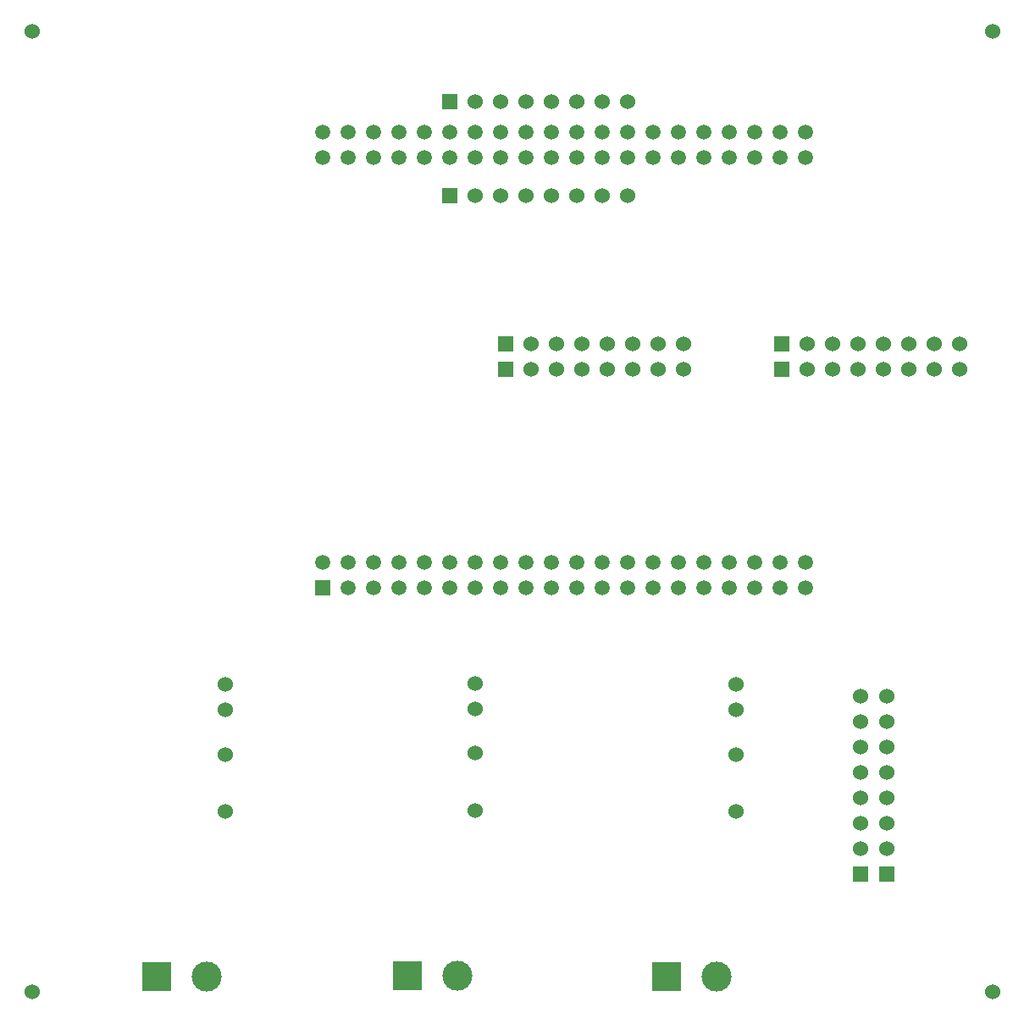
<source format=gbr>
G04 Layer_Color=255*
%FSLAX25Y25*%
%MOIN*%
%TF.FileFunction,Pads,Bot*%
%TF.Part,Single*%
G01*
G75*
%TA.AperFunction,WasherPad*%
%ADD28C,0.06000*%
%TA.AperFunction,ComponentPad*%
%ADD29C,0.06000*%
%ADD30R,0.06000X0.06000*%
%ADD31R,0.06000X0.06000*%
%ADD32R,0.05905X0.05905*%
%ADD33C,0.05905*%
%ADD34C,0.11811*%
%ADD35R,0.11811X0.11811*%
D28*
X377953Y377953D02*
D03*
Y-0D02*
D03*
X0Y377953D02*
D03*
Y-0D02*
D03*
D29*
X184500Y313500D02*
D03*
X174500D02*
D03*
X234500D02*
D03*
X224500D02*
D03*
X214500D02*
D03*
X204500D02*
D03*
X194500D02*
D03*
X184500Y350500D02*
D03*
X174500D02*
D03*
X234500D02*
D03*
X224500D02*
D03*
X214500D02*
D03*
X204500D02*
D03*
X194500D02*
D03*
X326000Y66500D02*
D03*
Y56500D02*
D03*
Y116500D02*
D03*
Y106500D02*
D03*
Y96500D02*
D03*
Y86500D02*
D03*
Y76500D02*
D03*
X336500Y66500D02*
D03*
Y56500D02*
D03*
Y116500D02*
D03*
Y106500D02*
D03*
Y96500D02*
D03*
Y86500D02*
D03*
Y76500D02*
D03*
X325000Y255000D02*
D03*
X335000D02*
D03*
X345000D02*
D03*
X355000D02*
D03*
X365000D02*
D03*
X305000D02*
D03*
X315000D02*
D03*
X325000Y245000D02*
D03*
X335000D02*
D03*
X345000D02*
D03*
X355000D02*
D03*
X365000D02*
D03*
X305000D02*
D03*
X315000D02*
D03*
X216500Y255000D02*
D03*
X226500D02*
D03*
X236500D02*
D03*
X246500D02*
D03*
X256500D02*
D03*
X196500D02*
D03*
X206500D02*
D03*
X216500Y245000D02*
D03*
X226500D02*
D03*
X236500D02*
D03*
X246500D02*
D03*
X256500D02*
D03*
X196500D02*
D03*
X206500D02*
D03*
X174437Y71559D02*
D03*
Y94000D02*
D03*
Y111559D02*
D03*
Y121559D02*
D03*
X76000Y71059D02*
D03*
Y93500D02*
D03*
Y111059D02*
D03*
Y121059D02*
D03*
X277000Y71059D02*
D03*
Y93500D02*
D03*
Y111059D02*
D03*
Y121059D02*
D03*
D30*
X164500Y313500D02*
D03*
Y350500D02*
D03*
X295000Y255000D02*
D03*
Y245000D02*
D03*
X186500Y255000D02*
D03*
Y245000D02*
D03*
D31*
X326000Y46500D02*
D03*
X336500D02*
D03*
D32*
X114500Y159000D02*
D03*
D33*
X124500D02*
D03*
X134500D02*
D03*
X144500D02*
D03*
X154500D02*
D03*
X164500D02*
D03*
X174500D02*
D03*
X184500D02*
D03*
X194500D02*
D03*
X204500D02*
D03*
X214500D02*
D03*
X224500D02*
D03*
X234500D02*
D03*
X244500D02*
D03*
X254500D02*
D03*
X264500D02*
D03*
X274500D02*
D03*
X284500D02*
D03*
X294500D02*
D03*
X304500D02*
D03*
X114500Y169000D02*
D03*
X124500D02*
D03*
X134500D02*
D03*
X144500D02*
D03*
X154500D02*
D03*
X164500D02*
D03*
X174500D02*
D03*
X184500D02*
D03*
X194500D02*
D03*
X204500D02*
D03*
X214500D02*
D03*
X224500D02*
D03*
X234500D02*
D03*
X244500D02*
D03*
X254500D02*
D03*
X264500D02*
D03*
X274500D02*
D03*
X284500D02*
D03*
X294500D02*
D03*
X304500D02*
D03*
X114500Y328291D02*
D03*
X304500Y338291D02*
D03*
X294500D02*
D03*
X284500D02*
D03*
X274500D02*
D03*
X264500D02*
D03*
X254500D02*
D03*
X244500D02*
D03*
X234500D02*
D03*
X224500D02*
D03*
X214500D02*
D03*
X204500D02*
D03*
X194500D02*
D03*
X184500D02*
D03*
X174500D02*
D03*
X164500D02*
D03*
X154500D02*
D03*
X144500D02*
D03*
X134500D02*
D03*
X124500D02*
D03*
X114500D02*
D03*
X304500Y328291D02*
D03*
X294500D02*
D03*
X284500D02*
D03*
X274500D02*
D03*
X264500D02*
D03*
X254500D02*
D03*
X244500D02*
D03*
X234500D02*
D03*
X224500D02*
D03*
X214500D02*
D03*
X204500D02*
D03*
X194500D02*
D03*
X184500D02*
D03*
X174500D02*
D03*
X164500D02*
D03*
X154500D02*
D03*
X144500D02*
D03*
X134500D02*
D03*
X124500D02*
D03*
D34*
X269342Y6000D02*
D03*
X167280Y6500D02*
D03*
X68843Y6000D02*
D03*
D35*
X249658D02*
D03*
X147594Y6500D02*
D03*
X49158Y6000D02*
D03*
%TF.MD5,61ed644245b8c899948f0c9008f47fe4*%
M02*

</source>
